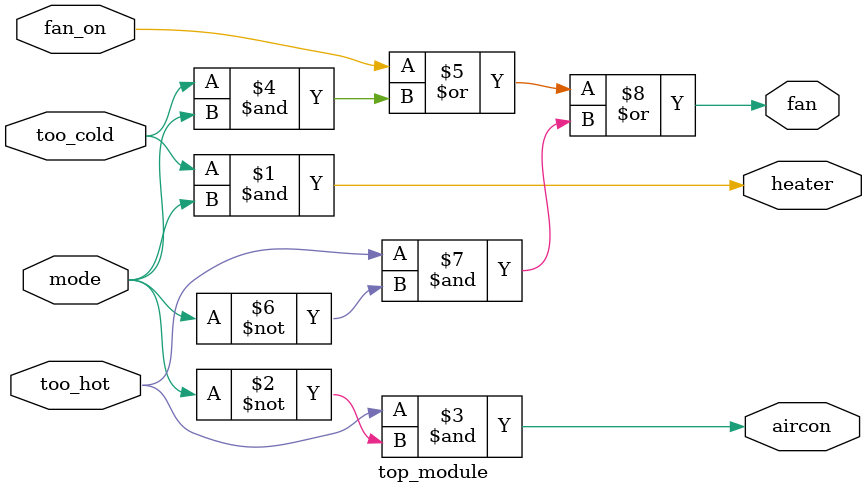
<source format=v>
module top_module (
    input too_cold,
    input too_hot,
    input mode,
    input fan_on,
    output heater,
    output aircon,
    output fan
); 
	assign heater = too_cold&mode;
    assign aircon = too_hot&~mode;
    assign fan = fan_on | (too_cold&mode) | (too_hot&~mode);
endmodule

</source>
